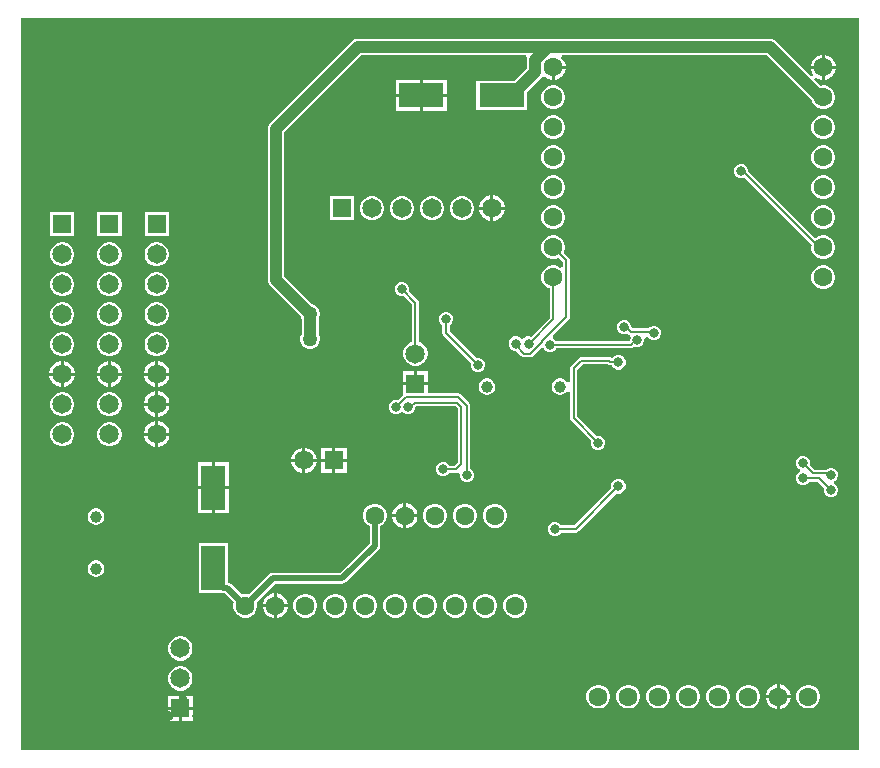
<source format=gbr>
%TF.GenerationSoftware,Altium Limited,Altium Designer,25.3.3 (18)*%
G04 Layer_Physical_Order=2*
G04 Layer_Color=16711680*
%FSLAX45Y45*%
%MOMM*%
%TF.SameCoordinates,566CE66E-0970-42B3-A130-ADE81A1B3EF9*%
%TF.FilePolarity,Positive*%
%TF.FileFunction,Copper,L2,Bot,Signal*%
%TF.Part,Single*%
G01*
G75*
%TA.AperFunction,Conductor*%
%ADD32C,0.20000*%
%ADD33C,1.00000*%
%TA.AperFunction,ComponentPad*%
%ADD38R,1.65000X1.65000*%
%ADD39C,1.65000*%
%ADD40C,1.60000*%
%ADD41C,1.00000*%
%ADD42R,1.65000X1.65000*%
%ADD43C,6.00000*%
%TA.AperFunction,ViaPad*%
%ADD44C,0.80000*%
%ADD45C,1.27000*%
%TA.AperFunction,SMDPad,CuDef*%
%ADD46R,2.10000X3.85000*%
%ADD47R,3.85000X2.10000*%
%TA.AperFunction,Conductor*%
%ADD48C,0.50000*%
G36*
X7149022Y50978D02*
X50978D01*
Y6249022D01*
X7149022D01*
Y50978D01*
D02*
G37*
%LPC*%
G36*
X6856876Y5934700D02*
X6855700D01*
Y5842000D01*
X6948400D01*
Y5843176D01*
X6941217Y5869983D01*
X6927341Y5894017D01*
X6907717Y5913641D01*
X6883683Y5927517D01*
X6856876Y5934700D01*
D02*
G37*
G36*
X6830300D02*
X6829124D01*
X6802317Y5927517D01*
X6778283Y5913641D01*
X6758659Y5894017D01*
X6744783Y5869983D01*
X6737600Y5843176D01*
Y5842000D01*
X6830300D01*
Y5934700D01*
D02*
G37*
G36*
X6948400Y5816600D02*
X6855700D01*
Y5723900D01*
X6856876D01*
X6883683Y5731083D01*
X6907717Y5744959D01*
X6927341Y5764583D01*
X6941217Y5788617D01*
X6948400Y5815424D01*
Y5816600D01*
D02*
G37*
G36*
X6395200Y6070604D02*
X2901200D01*
X2882926Y6068198D01*
X2865898Y6061145D01*
X2851275Y6049924D01*
X2159876Y5358524D01*
X2148655Y5343902D01*
X2141602Y5326873D01*
X2139196Y5308600D01*
Y4030200D01*
X2141602Y4011926D01*
X2148655Y3994898D01*
X2159876Y3980276D01*
X2418460Y3721691D01*
X2422190Y3707770D01*
X2429396Y3695289D01*
Y3574711D01*
X2422190Y3562230D01*
X2416500Y3540993D01*
Y3519007D01*
X2422190Y3497770D01*
X2433183Y3478730D01*
X2448730Y3463183D01*
X2467770Y3452190D01*
X2489007Y3446500D01*
X2510993D01*
X2532230Y3452190D01*
X2551270Y3463183D01*
X2566817Y3478730D01*
X2577810Y3497770D01*
X2583500Y3519007D01*
Y3540993D01*
X2577810Y3562230D01*
X2570604Y3574711D01*
Y3695289D01*
X2577810Y3707770D01*
X2583500Y3729007D01*
Y3750993D01*
X2577810Y3772230D01*
X2566817Y3791270D01*
X2551270Y3806817D01*
X2532230Y3817809D01*
X2518309Y3821539D01*
X2280404Y4059445D01*
Y5279355D01*
X2930445Y5929396D01*
X4325310D01*
X4338795Y5909715D01*
X4338761Y5909396D01*
X4336396Y5891432D01*
Y5818745D01*
X4232651Y5715000D01*
X3907500D01*
Y5465000D01*
X4332500D01*
Y5615151D01*
X4456925Y5739576D01*
X4462333Y5746624D01*
X4483784Y5750404D01*
X4487816Y5749426D01*
X4492283Y5744959D01*
X4516317Y5731083D01*
X4543124Y5723900D01*
X4544300D01*
Y5829300D01*
X4557000D01*
Y5842000D01*
X4662400D01*
Y5843176D01*
X4655217Y5869983D01*
X4641341Y5894017D01*
X4625962Y5909396D01*
X4631269Y5927076D01*
X4632918Y5929396D01*
X6365955D01*
X6746581Y5548770D01*
X6749815Y5536702D01*
X6762980Y5513899D01*
X6781599Y5495280D01*
X6804402Y5482115D01*
X6829835Y5475300D01*
X6856165D01*
X6881598Y5482115D01*
X6904401Y5495280D01*
X6923020Y5513899D01*
X6936185Y5536702D01*
X6943000Y5562135D01*
Y5588465D01*
X6936185Y5613898D01*
X6923020Y5636701D01*
X6904401Y5655320D01*
X6881598Y5668485D01*
X6856165Y5675300D01*
X6829835D01*
X6821880Y5673168D01*
X6764297Y5730752D01*
X6778283Y5744959D01*
X6802317Y5731083D01*
X6829124Y5723900D01*
X6830300D01*
Y5816600D01*
X6737600D01*
Y5815424D01*
X6744783Y5788617D01*
X6758659Y5764583D01*
X6744452Y5750597D01*
X6445125Y6049924D01*
X6430502Y6061145D01*
X6413474Y6068198D01*
X6395200Y6070604D01*
D02*
G37*
G36*
X4662400Y5816600D02*
X4569700D01*
Y5723900D01*
X4570876D01*
X4597683Y5731083D01*
X4621717Y5744959D01*
X4641341Y5764583D01*
X4655217Y5788617D01*
X4662400Y5815424D01*
Y5816600D01*
D02*
G37*
G36*
X3657900Y5720400D02*
X3452700D01*
Y5602699D01*
X3657900D01*
Y5720400D01*
D02*
G37*
G36*
X3427300D02*
X3222100D01*
Y5602699D01*
X3427300D01*
Y5720400D01*
D02*
G37*
G36*
X4570165Y5675300D02*
X4543835D01*
X4518402Y5668485D01*
X4495599Y5655320D01*
X4476980Y5636701D01*
X4463815Y5613898D01*
X4457000Y5588465D01*
Y5562135D01*
X4463815Y5536702D01*
X4476980Y5513899D01*
X4495599Y5495280D01*
X4518402Y5482115D01*
X4543835Y5475300D01*
X4570165D01*
X4595598Y5482115D01*
X4618401Y5495280D01*
X4637020Y5513899D01*
X4650185Y5536702D01*
X4657000Y5562135D01*
Y5588465D01*
X4650185Y5613898D01*
X4637020Y5636701D01*
X4618401Y5655320D01*
X4595598Y5668485D01*
X4570165Y5675300D01*
D02*
G37*
G36*
X3657900Y5577299D02*
X3452700D01*
Y5459600D01*
X3657900D01*
Y5577299D01*
D02*
G37*
G36*
X3427300D02*
X3222100D01*
Y5459600D01*
X3427300D01*
Y5577299D01*
D02*
G37*
G36*
X6856165Y5421300D02*
X6829835D01*
X6804402Y5414485D01*
X6781599Y5401320D01*
X6762980Y5382701D01*
X6749815Y5359898D01*
X6743000Y5334465D01*
Y5308135D01*
X6749815Y5282702D01*
X6762980Y5259899D01*
X6781599Y5241280D01*
X6804402Y5228115D01*
X6829835Y5221300D01*
X6856165D01*
X6881598Y5228115D01*
X6904401Y5241280D01*
X6923020Y5259899D01*
X6936185Y5282702D01*
X6943000Y5308135D01*
Y5334465D01*
X6936185Y5359898D01*
X6923020Y5382701D01*
X6904401Y5401320D01*
X6881598Y5414485D01*
X6856165Y5421300D01*
D02*
G37*
G36*
X4570165D02*
X4543835D01*
X4518402Y5414485D01*
X4495599Y5401320D01*
X4476980Y5382701D01*
X4463815Y5359898D01*
X4457000Y5334465D01*
Y5308135D01*
X4463815Y5282702D01*
X4476980Y5259899D01*
X4495599Y5241280D01*
X4518402Y5228115D01*
X4543835Y5221300D01*
X4570165D01*
X4595598Y5228115D01*
X4618401Y5241280D01*
X4637020Y5259899D01*
X4650185Y5282702D01*
X4657000Y5308135D01*
Y5334465D01*
X4650185Y5359898D01*
X4637020Y5382701D01*
X4618401Y5401320D01*
X4595598Y5414485D01*
X4570165Y5421300D01*
D02*
G37*
G36*
X6856165Y5167300D02*
X6829835D01*
X6804402Y5160485D01*
X6781599Y5147320D01*
X6762980Y5128701D01*
X6749815Y5105898D01*
X6743000Y5080465D01*
Y5054135D01*
X6749815Y5028702D01*
X6762980Y5005899D01*
X6781599Y4987280D01*
X6804402Y4974115D01*
X6829835Y4967300D01*
X6856165D01*
X6881598Y4974115D01*
X6904401Y4987280D01*
X6923020Y5005899D01*
X6936185Y5028702D01*
X6943000Y5054135D01*
Y5080465D01*
X6936185Y5105898D01*
X6923020Y5128701D01*
X6904401Y5147320D01*
X6881598Y5160485D01*
X6856165Y5167300D01*
D02*
G37*
G36*
X4570165D02*
X4543835D01*
X4518402Y5160485D01*
X4495599Y5147320D01*
X4476980Y5128701D01*
X4463815Y5105898D01*
X4457000Y5080465D01*
Y5054135D01*
X4463815Y5028702D01*
X4476980Y5005899D01*
X4495599Y4987280D01*
X4518402Y4974115D01*
X4543835Y4967300D01*
X4570165D01*
X4595598Y4974115D01*
X4618401Y4987280D01*
X4637020Y5005899D01*
X4650185Y5028702D01*
X4657000Y5054135D01*
Y5080465D01*
X4650185Y5105898D01*
X4637020Y5128701D01*
X4618401Y5147320D01*
X4595598Y5160485D01*
X4570165Y5167300D01*
D02*
G37*
G36*
X6856165Y4913300D02*
X6829835D01*
X6804402Y4906485D01*
X6781599Y4893320D01*
X6762980Y4874701D01*
X6749815Y4851898D01*
X6743000Y4826465D01*
Y4800135D01*
X6749815Y4774702D01*
X6762980Y4751899D01*
X6781599Y4733280D01*
X6804402Y4720115D01*
X6829835Y4713300D01*
X6856165D01*
X6881598Y4720115D01*
X6904401Y4733280D01*
X6923020Y4751899D01*
X6936185Y4774702D01*
X6943000Y4800135D01*
Y4826465D01*
X6936185Y4851898D01*
X6923020Y4874701D01*
X6904401Y4893320D01*
X6881598Y4906485D01*
X6856165Y4913300D01*
D02*
G37*
G36*
X4570165D02*
X4543835D01*
X4518402Y4906485D01*
X4495599Y4893320D01*
X4476980Y4874701D01*
X4463815Y4851898D01*
X4457000Y4826465D01*
Y4800135D01*
X4463815Y4774702D01*
X4476980Y4751899D01*
X4495599Y4733280D01*
X4518402Y4720115D01*
X4543835Y4713300D01*
X4570165D01*
X4595598Y4720115D01*
X4618401Y4733280D01*
X4637020Y4751899D01*
X4650185Y4774702D01*
X4657000Y4800135D01*
Y4826465D01*
X4650185Y4851898D01*
X4637020Y4874701D01*
X4618401Y4893320D01*
X4595598Y4906485D01*
X4570165Y4913300D01*
D02*
G37*
G36*
X4052805Y4743400D02*
X4051300D01*
Y4648200D01*
X4146500D01*
Y4649705D01*
X4139147Y4677148D01*
X4124941Y4701752D01*
X4104852Y4721841D01*
X4080248Y4736047D01*
X4052805Y4743400D01*
D02*
G37*
G36*
X4025900D02*
X4024395D01*
X3996952Y4736047D01*
X3972348Y4721841D01*
X3952259Y4701752D01*
X3938053Y4677148D01*
X3930700Y4649705D01*
Y4648200D01*
X4025900D01*
Y4743400D01*
D02*
G37*
G36*
X3798094Y4738000D02*
X3771106D01*
X3745036Y4731015D01*
X3721664Y4717520D01*
X3702580Y4698436D01*
X3689085Y4675064D01*
X3682100Y4648994D01*
Y4622006D01*
X3689085Y4595936D01*
X3702580Y4572564D01*
X3721664Y4553480D01*
X3745036Y4539985D01*
X3771106Y4533000D01*
X3798094D01*
X3824164Y4539985D01*
X3847536Y4553480D01*
X3866620Y4572564D01*
X3880115Y4595936D01*
X3887100Y4622006D01*
Y4648994D01*
X3880115Y4675064D01*
X3866620Y4698436D01*
X3847536Y4717520D01*
X3824164Y4731015D01*
X3798094Y4738000D01*
D02*
G37*
G36*
X3544094D02*
X3517106D01*
X3491036Y4731015D01*
X3467664Y4717520D01*
X3448580Y4698436D01*
X3435085Y4675064D01*
X3428100Y4648994D01*
Y4622006D01*
X3435085Y4595936D01*
X3448580Y4572564D01*
X3467664Y4553480D01*
X3491036Y4539985D01*
X3517106Y4533000D01*
X3544094D01*
X3570164Y4539985D01*
X3593536Y4553480D01*
X3612620Y4572564D01*
X3626115Y4595936D01*
X3633100Y4622006D01*
Y4648994D01*
X3626115Y4675064D01*
X3612620Y4698436D01*
X3593536Y4717520D01*
X3570164Y4731015D01*
X3544094Y4738000D01*
D02*
G37*
G36*
X3290094D02*
X3263106D01*
X3237036Y4731015D01*
X3213664Y4717520D01*
X3194580Y4698436D01*
X3181085Y4675064D01*
X3174100Y4648994D01*
Y4622006D01*
X3181085Y4595936D01*
X3194580Y4572564D01*
X3213664Y4553480D01*
X3237036Y4539985D01*
X3263106Y4533000D01*
X3290094D01*
X3316164Y4539985D01*
X3339536Y4553480D01*
X3358620Y4572564D01*
X3372115Y4595936D01*
X3379100Y4622006D01*
Y4648994D01*
X3372115Y4675064D01*
X3358620Y4698436D01*
X3339536Y4717520D01*
X3316164Y4731015D01*
X3290094Y4738000D01*
D02*
G37*
G36*
X3036094D02*
X3009106D01*
X2983036Y4731015D01*
X2959664Y4717520D01*
X2940580Y4698436D01*
X2927085Y4675064D01*
X2920100Y4648994D01*
Y4622006D01*
X2927085Y4595936D01*
X2940580Y4572564D01*
X2959664Y4553480D01*
X2983036Y4539985D01*
X3009106Y4533000D01*
X3036094D01*
X3062164Y4539985D01*
X3085536Y4553480D01*
X3104620Y4572564D01*
X3118115Y4595936D01*
X3125100Y4622006D01*
Y4648994D01*
X3118115Y4675064D01*
X3104620Y4698436D01*
X3085536Y4717520D01*
X3062164Y4731015D01*
X3036094Y4738000D01*
D02*
G37*
G36*
X2871100D02*
X2666100D01*
Y4533000D01*
X2871100D01*
Y4738000D01*
D02*
G37*
G36*
X4146500Y4622800D02*
X4051300D01*
Y4527600D01*
X4052805D01*
X4080248Y4534953D01*
X4104852Y4549159D01*
X4124941Y4569248D01*
X4139147Y4593852D01*
X4146500Y4621295D01*
Y4622800D01*
D02*
G37*
G36*
X4025900D02*
X3930700D01*
Y4621295D01*
X3938053Y4593852D01*
X3952259Y4569248D01*
X3972348Y4549159D01*
X3996952Y4534953D01*
X4024395Y4527600D01*
X4025900D01*
Y4622800D01*
D02*
G37*
G36*
X6856165Y4659300D02*
X6829835D01*
X6804402Y4652485D01*
X6781599Y4639320D01*
X6762980Y4620701D01*
X6749815Y4597898D01*
X6743000Y4572465D01*
Y4546135D01*
X6749815Y4520702D01*
X6762980Y4497899D01*
X6781599Y4479280D01*
X6804402Y4466115D01*
X6829835Y4459300D01*
X6856165D01*
X6881598Y4466115D01*
X6904401Y4479280D01*
X6923020Y4497899D01*
X6936185Y4520702D01*
X6943000Y4546135D01*
Y4572465D01*
X6936185Y4597898D01*
X6923020Y4620701D01*
X6904401Y4639320D01*
X6881598Y4652485D01*
X6856165Y4659300D01*
D02*
G37*
G36*
X4570165D02*
X4543835D01*
X4518402Y4652485D01*
X4495599Y4639320D01*
X4476980Y4620701D01*
X4463815Y4597898D01*
X4457000Y4572465D01*
Y4546135D01*
X4463815Y4520702D01*
X4476980Y4497899D01*
X4495599Y4479280D01*
X4518402Y4466115D01*
X4543835Y4459300D01*
X4570165D01*
X4595598Y4466115D01*
X4618401Y4479280D01*
X4637020Y4497899D01*
X4650185Y4520702D01*
X4657000Y4546135D01*
Y4572465D01*
X4650185Y4597898D01*
X4637020Y4620701D01*
X4618401Y4639320D01*
X4595598Y4652485D01*
X4570165Y4659300D01*
D02*
G37*
G36*
X1302500Y4602500D02*
X1097500D01*
Y4397500D01*
X1302500D01*
Y4602500D01*
D02*
G37*
G36*
X902500D02*
X697500D01*
Y4397500D01*
X902500D01*
Y4602500D01*
D02*
G37*
G36*
X502499D02*
X297500D01*
Y4397500D01*
X502499D01*
Y4602500D01*
D02*
G37*
G36*
X6161935Y5010000D02*
X6138065D01*
X6116013Y5000866D01*
X6099134Y4983987D01*
X6090000Y4961935D01*
Y4938065D01*
X6099134Y4916013D01*
X6116013Y4899134D01*
X6138065Y4890000D01*
X6161935D01*
X6176815Y4896163D01*
X6745433Y4327545D01*
X6743000Y4318465D01*
Y4292135D01*
X6749815Y4266702D01*
X6762980Y4243899D01*
X6781599Y4225280D01*
X6804402Y4212115D01*
X6829835Y4205300D01*
X6856165D01*
X6881598Y4212115D01*
X6904401Y4225280D01*
X6923020Y4243899D01*
X6936185Y4266702D01*
X6943000Y4292135D01*
Y4318465D01*
X6936185Y4343898D01*
X6923020Y4366701D01*
X6904401Y4385320D01*
X6881598Y4398485D01*
X6856165Y4405300D01*
X6829835D01*
X6804402Y4398485D01*
X6781599Y4385320D01*
X6777886Y4381607D01*
X6210000Y4949494D01*
Y4961935D01*
X6200865Y4983987D01*
X6183987Y5000866D01*
X6161935Y5010000D01*
D02*
G37*
G36*
X1213494Y4348500D02*
X1186506D01*
X1160436Y4341515D01*
X1137064Y4328020D01*
X1117979Y4308936D01*
X1104485Y4285563D01*
X1097500Y4259494D01*
Y4232506D01*
X1104485Y4206436D01*
X1117979Y4183064D01*
X1137064Y4163979D01*
X1160436Y4150485D01*
X1186506Y4143500D01*
X1213494D01*
X1239563Y4150485D01*
X1262936Y4163979D01*
X1282020Y4183064D01*
X1295515Y4206436D01*
X1302500Y4232506D01*
Y4259494D01*
X1295515Y4285563D01*
X1282020Y4308936D01*
X1262936Y4328020D01*
X1239563Y4341515D01*
X1213494Y4348500D01*
D02*
G37*
G36*
X813494D02*
X786506D01*
X760436Y4341515D01*
X737064Y4328020D01*
X717980Y4308936D01*
X704485Y4285563D01*
X697500Y4259494D01*
Y4232506D01*
X704485Y4206436D01*
X717980Y4183064D01*
X737064Y4163979D01*
X760436Y4150485D01*
X786506Y4143500D01*
X813494D01*
X839563Y4150485D01*
X862936Y4163979D01*
X882020Y4183064D01*
X895515Y4206436D01*
X902500Y4232506D01*
Y4259494D01*
X895515Y4285563D01*
X882020Y4308936D01*
X862936Y4328020D01*
X839563Y4341515D01*
X813494Y4348500D01*
D02*
G37*
G36*
X413494D02*
X386505D01*
X360436Y4341515D01*
X337063Y4328020D01*
X317979Y4308936D01*
X304485Y4285563D01*
X297500Y4259494D01*
Y4232506D01*
X304485Y4206436D01*
X317979Y4183064D01*
X337063Y4163979D01*
X360436Y4150485D01*
X386505Y4143500D01*
X413494D01*
X439563Y4150485D01*
X462936Y4163979D01*
X482020Y4183064D01*
X495514Y4206436D01*
X502499Y4232506D01*
Y4259494D01*
X495514Y4285563D01*
X482020Y4308936D01*
X462936Y4328020D01*
X439563Y4341515D01*
X413494Y4348500D01*
D02*
G37*
G36*
X4570165Y4405300D02*
X4543835D01*
X4518402Y4398485D01*
X4495599Y4385320D01*
X4476980Y4366701D01*
X4463815Y4343898D01*
X4457000Y4318465D01*
Y4292135D01*
X4463815Y4266702D01*
X4476980Y4243899D01*
X4495599Y4225280D01*
X4518402Y4212115D01*
X4543835Y4205300D01*
X4570165D01*
X4595598Y4212115D01*
X4602780Y4216262D01*
X4636412Y4182630D01*
Y4138780D01*
X4631865Y4136896D01*
X4616412Y4132468D01*
X4595598Y4144485D01*
X4570165Y4151300D01*
X4543835D01*
X4518402Y4144485D01*
X4495599Y4131320D01*
X4476980Y4112701D01*
X4463815Y4089898D01*
X4457000Y4064465D01*
Y4038135D01*
X4463815Y4012702D01*
X4476980Y3989899D01*
X4495599Y3971280D01*
X4518402Y3958115D01*
X4526412Y3955968D01*
Y3709670D01*
X4365334Y3548592D01*
X4361935Y3550000D01*
X4338065D01*
X4316013Y3540865D01*
X4308066Y3532918D01*
X4295000Y3526134D01*
X4281934Y3532918D01*
X4273987Y3540865D01*
X4251935Y3550000D01*
X4228065D01*
X4206013Y3540865D01*
X4189134Y3523987D01*
X4180000Y3501935D01*
Y3478065D01*
X4189134Y3456013D01*
X4206013Y3439134D01*
X4228065Y3430000D01*
X4240506D01*
X4287905Y3382602D01*
X4287905Y3382601D01*
X4297828Y3375970D01*
X4309534Y3373642D01*
X4363223D01*
X4363225Y3373642D01*
X4374930Y3375970D01*
X4384854Y3382601D01*
X4457365Y3455113D01*
X4476981Y3451211D01*
X4479135Y3446013D01*
X4496013Y3429134D01*
X4518065Y3420000D01*
X4541935D01*
X4563987Y3429134D01*
X4580866Y3446013D01*
X4582274Y3449412D01*
X5214214D01*
X5214215Y3449412D01*
X5225921Y3451741D01*
X5235844Y3458371D01*
X5243185Y3465712D01*
X5258065Y3459548D01*
X5281935D01*
X5303987Y3468683D01*
X5320865Y3485561D01*
X5330000Y3507614D01*
Y3531483D01*
X5329961Y3531577D01*
X5341823Y3548707D01*
X5358410Y3547762D01*
X5359135Y3546013D01*
X5376013Y3529134D01*
X5398065Y3520000D01*
X5421935D01*
X5443987Y3529134D01*
X5460866Y3546013D01*
X5470000Y3568065D01*
Y3591935D01*
X5460866Y3613987D01*
X5443987Y3630865D01*
X5421935Y3640000D01*
X5398065D01*
X5376013Y3630865D01*
X5362785Y3617638D01*
X5310954D01*
X5310700Y3617808D01*
X5298995Y3620136D01*
X5298993Y3620136D01*
X5241005D01*
X5236191Y3619178D01*
X5219702Y3633520D01*
Y3640632D01*
X5210568Y3662685D01*
X5193690Y3679563D01*
X5171637Y3688697D01*
X5147768D01*
X5125715Y3679563D01*
X5108837Y3662685D01*
X5099703Y3640632D01*
Y3616763D01*
X5108837Y3594710D01*
X5125715Y3577832D01*
X5147768Y3568697D01*
X5171637D01*
X5186138Y3574704D01*
X5195421Y3565421D01*
X5205344Y3558791D01*
X5212292Y3537017D01*
X5210000Y3531483D01*
Y3519042D01*
X5201545Y3510588D01*
X4582274D01*
X4580866Y3513987D01*
X4563987Y3530865D01*
X4556510Y3533963D01*
X4551817Y3557554D01*
X4688629Y3694366D01*
X4695259Y3704290D01*
X4697588Y3715995D01*
X4697588Y3715996D01*
Y4195299D01*
X4697588Y4195300D01*
X4695259Y4207005D01*
X4688629Y4216929D01*
X4646038Y4259520D01*
X4650185Y4266702D01*
X4657000Y4292135D01*
Y4318465D01*
X4650185Y4343898D01*
X4637020Y4366701D01*
X4618401Y4385320D01*
X4595598Y4398485D01*
X4570165Y4405300D01*
D02*
G37*
G36*
X6856165Y4151300D02*
X6829835D01*
X6804402Y4144485D01*
X6781599Y4131320D01*
X6762980Y4112701D01*
X6749815Y4089898D01*
X6743000Y4064465D01*
Y4038135D01*
X6749815Y4012702D01*
X6762980Y3989899D01*
X6781599Y3971280D01*
X6804402Y3958115D01*
X6829835Y3951300D01*
X6856165D01*
X6881598Y3958115D01*
X6904401Y3971280D01*
X6923020Y3989899D01*
X6936185Y4012702D01*
X6943000Y4038135D01*
Y4064465D01*
X6936185Y4089898D01*
X6923020Y4112701D01*
X6904401Y4131320D01*
X6881598Y4144485D01*
X6856165Y4151300D01*
D02*
G37*
G36*
X1213494Y4094500D02*
X1186506D01*
X1160436Y4087515D01*
X1137064Y4074020D01*
X1117979Y4054936D01*
X1104485Y4031563D01*
X1097500Y4005494D01*
Y3978506D01*
X1104485Y3952436D01*
X1117979Y3929064D01*
X1137064Y3909979D01*
X1160436Y3896485D01*
X1186506Y3889500D01*
X1213494D01*
X1239563Y3896485D01*
X1262936Y3909979D01*
X1282020Y3929064D01*
X1295515Y3952436D01*
X1302500Y3978506D01*
Y4005494D01*
X1295515Y4031563D01*
X1282020Y4054936D01*
X1262936Y4074020D01*
X1239563Y4087515D01*
X1213494Y4094500D01*
D02*
G37*
G36*
X813494D02*
X786506D01*
X760436Y4087515D01*
X737064Y4074020D01*
X717980Y4054936D01*
X704485Y4031563D01*
X697500Y4005494D01*
Y3978506D01*
X704485Y3952436D01*
X717980Y3929064D01*
X737064Y3909979D01*
X760436Y3896485D01*
X786506Y3889500D01*
X813494D01*
X839563Y3896485D01*
X862936Y3909979D01*
X882020Y3929064D01*
X895515Y3952436D01*
X902500Y3978506D01*
Y4005494D01*
X895515Y4031563D01*
X882020Y4054936D01*
X862936Y4074020D01*
X839563Y4087515D01*
X813494Y4094500D01*
D02*
G37*
G36*
X413494D02*
X386505D01*
X360436Y4087515D01*
X337063Y4074020D01*
X317979Y4054936D01*
X304485Y4031563D01*
X297500Y4005494D01*
Y3978506D01*
X304485Y3952436D01*
X317979Y3929064D01*
X337063Y3909979D01*
X360436Y3896485D01*
X386505Y3889500D01*
X413494D01*
X439563Y3896485D01*
X462936Y3909979D01*
X482020Y3929064D01*
X495514Y3952436D01*
X502499Y3978506D01*
Y4005494D01*
X495514Y4031563D01*
X482020Y4054936D01*
X462936Y4074020D01*
X439563Y4087515D01*
X413494Y4094500D01*
D02*
G37*
G36*
X1213494Y3840500D02*
X1186506D01*
X1160436Y3833515D01*
X1137064Y3820020D01*
X1117979Y3800936D01*
X1104485Y3777563D01*
X1097500Y3751494D01*
Y3724506D01*
X1104485Y3698436D01*
X1117979Y3675064D01*
X1137064Y3655979D01*
X1160436Y3642485D01*
X1186506Y3635500D01*
X1213494D01*
X1239563Y3642485D01*
X1262936Y3655979D01*
X1282020Y3675064D01*
X1295515Y3698436D01*
X1302500Y3724506D01*
Y3751494D01*
X1295515Y3777563D01*
X1282020Y3800936D01*
X1262936Y3820020D01*
X1239563Y3833515D01*
X1213494Y3840500D01*
D02*
G37*
G36*
X813494D02*
X786506D01*
X760436Y3833515D01*
X737064Y3820020D01*
X717980Y3800936D01*
X704485Y3777563D01*
X697500Y3751494D01*
Y3724506D01*
X704485Y3698436D01*
X717980Y3675064D01*
X737064Y3655979D01*
X760436Y3642485D01*
X786506Y3635500D01*
X813494D01*
X839563Y3642485D01*
X862936Y3655979D01*
X882020Y3675064D01*
X895515Y3698436D01*
X902500Y3724506D01*
Y3751494D01*
X895515Y3777563D01*
X882020Y3800936D01*
X862936Y3820020D01*
X839563Y3833515D01*
X813494Y3840500D01*
D02*
G37*
G36*
X413494D02*
X386505D01*
X360436Y3833515D01*
X337063Y3820020D01*
X317979Y3800936D01*
X304485Y3777563D01*
X297500Y3751494D01*
Y3724506D01*
X304485Y3698436D01*
X317979Y3675064D01*
X337063Y3655979D01*
X360436Y3642485D01*
X386505Y3635500D01*
X413494D01*
X439563Y3642485D01*
X462936Y3655979D01*
X482020Y3675064D01*
X495514Y3698436D01*
X502499Y3724506D01*
Y3751494D01*
X495514Y3777563D01*
X482020Y3800936D01*
X462936Y3820020D01*
X439563Y3833515D01*
X413494Y3840500D01*
D02*
G37*
G36*
X1213494Y3586500D02*
X1186506D01*
X1160436Y3579515D01*
X1137064Y3566020D01*
X1117979Y3546936D01*
X1104485Y3523563D01*
X1097500Y3497494D01*
Y3470506D01*
X1104485Y3444436D01*
X1117979Y3421064D01*
X1137064Y3401979D01*
X1160436Y3388485D01*
X1186506Y3381500D01*
X1213494D01*
X1239563Y3388485D01*
X1262936Y3401979D01*
X1282020Y3421064D01*
X1295515Y3444436D01*
X1302500Y3470506D01*
Y3497494D01*
X1295515Y3523563D01*
X1282020Y3546936D01*
X1262936Y3566020D01*
X1239563Y3579515D01*
X1213494Y3586500D01*
D02*
G37*
G36*
X813494D02*
X786506D01*
X760436Y3579515D01*
X737064Y3566020D01*
X717980Y3546936D01*
X704485Y3523563D01*
X697500Y3497494D01*
Y3470506D01*
X704485Y3444436D01*
X717980Y3421064D01*
X737064Y3401979D01*
X760436Y3388485D01*
X786506Y3381500D01*
X813494D01*
X839563Y3388485D01*
X862936Y3401979D01*
X882020Y3421064D01*
X895515Y3444436D01*
X902500Y3470506D01*
Y3497494D01*
X895515Y3523563D01*
X882020Y3546936D01*
X862936Y3566020D01*
X839563Y3579515D01*
X813494Y3586500D01*
D02*
G37*
G36*
X413494D02*
X386505D01*
X360436Y3579515D01*
X337063Y3566020D01*
X317979Y3546936D01*
X304485Y3523563D01*
X297500Y3497494D01*
Y3470506D01*
X304485Y3444436D01*
X317979Y3421064D01*
X337063Y3401979D01*
X360436Y3388485D01*
X386505Y3381500D01*
X413494D01*
X439563Y3388485D01*
X462936Y3401979D01*
X482020Y3421064D01*
X495514Y3444436D01*
X502499Y3470506D01*
Y3497494D01*
X495514Y3523563D01*
X482020Y3546936D01*
X462936Y3566020D01*
X439563Y3579515D01*
X413494Y3586500D01*
D02*
G37*
G36*
X5121935Y3389548D02*
X5098065D01*
X5076013Y3380414D01*
X5069489Y3373890D01*
X5051628Y3367253D01*
X5041705Y3373883D01*
X5029999Y3376212D01*
X5029998Y3376211D01*
X4795625D01*
X4795624Y3376212D01*
X4783918Y3373883D01*
X4773995Y3367253D01*
X4773994Y3367252D01*
X4708371Y3301629D01*
X4701741Y3291705D01*
X4699412Y3280000D01*
X4699412Y3279999D01*
Y3164274D01*
X4696800Y3162639D01*
X4671313Y3167181D01*
X4658280Y3180214D01*
X4642319Y3189429D01*
X4624515Y3194200D01*
X4606084D01*
X4588281Y3189429D01*
X4572319Y3180214D01*
X4559286Y3167181D01*
X4550070Y3151219D01*
X4545300Y3133415D01*
Y3114984D01*
X4550070Y3097181D01*
X4559286Y3081219D01*
X4572319Y3068186D01*
X4588281Y3058970D01*
X4606084Y3054200D01*
X4624515D01*
X4642319Y3058970D01*
X4658280Y3068186D01*
X4671313Y3081219D01*
X4696800Y3085760D01*
X4699412Y3084125D01*
Y2860001D01*
X4699412Y2860000D01*
X4701741Y2848295D01*
X4708371Y2838371D01*
X4881408Y2665334D01*
X4880000Y2661935D01*
Y2638065D01*
X4889134Y2616013D01*
X4906013Y2599135D01*
X4928065Y2590000D01*
X4951935D01*
X4973987Y2599135D01*
X4990866Y2616013D01*
X5000000Y2638065D01*
Y2661935D01*
X4990866Y2683987D01*
X4973987Y2700866D01*
X4951935Y2710000D01*
X4928065D01*
X4924666Y2708592D01*
X4760588Y2872670D01*
Y3267330D01*
X4808293Y3315036D01*
X5017330D01*
X5018370Y3313995D01*
X5018371Y3313994D01*
X5028294Y3307364D01*
X5040000Y3305036D01*
X5055210D01*
X5059134Y3295561D01*
X5076013Y3278683D01*
X5098065Y3269548D01*
X5121935D01*
X5143987Y3278683D01*
X5160865Y3295561D01*
X5170000Y3317613D01*
Y3341483D01*
X5160865Y3363535D01*
X5143987Y3380414D01*
X5121935Y3389548D01*
D02*
G37*
G36*
X3286935Y4010000D02*
X3263065D01*
X3241013Y4000866D01*
X3224135Y3983987D01*
X3215000Y3961935D01*
Y3938065D01*
X3224135Y3916013D01*
X3241013Y3899134D01*
X3263065Y3890000D01*
X3286935D01*
X3290334Y3891408D01*
X3360312Y3821430D01*
Y3501520D01*
X3351336Y3499115D01*
X3327964Y3485620D01*
X3308880Y3466536D01*
X3295385Y3443164D01*
X3288400Y3417094D01*
Y3390106D01*
X3295385Y3364036D01*
X3308880Y3340664D01*
X3327964Y3321580D01*
X3351336Y3308085D01*
X3377406Y3301100D01*
X3404394D01*
X3430464Y3308085D01*
X3453836Y3321580D01*
X3472920Y3340664D01*
X3486415Y3364036D01*
X3493400Y3390106D01*
Y3417094D01*
X3486415Y3443164D01*
X3472920Y3466536D01*
X3453836Y3485620D01*
X3430464Y3499115D01*
X3421488Y3501520D01*
Y3834100D01*
X3419159Y3845805D01*
X3412529Y3855729D01*
X3412528Y3855729D01*
X3333592Y3934666D01*
X3335000Y3938065D01*
Y3961935D01*
X3325866Y3983987D01*
X3308987Y4000866D01*
X3286935Y4010000D01*
D02*
G37*
G36*
X3661935Y3760000D02*
X3638065D01*
X3616013Y3750865D01*
X3599135Y3733987D01*
X3590000Y3711935D01*
Y3688065D01*
X3599135Y3666013D01*
X3616013Y3649134D01*
X3619412Y3647726D01*
Y3580001D01*
X3619412Y3580000D01*
X3621741Y3568295D01*
X3628371Y3558371D01*
X3861408Y3325334D01*
X3860000Y3321935D01*
Y3298065D01*
X3869135Y3276013D01*
X3886013Y3259134D01*
X3908065Y3250000D01*
X3931935D01*
X3953987Y3259134D01*
X3970866Y3276013D01*
X3980000Y3298065D01*
Y3321935D01*
X3970866Y3343987D01*
X3953987Y3360866D01*
X3931935Y3370000D01*
X3908065D01*
X3904666Y3368592D01*
X3680588Y3592670D01*
Y3647726D01*
X3683987Y3649134D01*
X3700866Y3666013D01*
X3710000Y3688065D01*
Y3711935D01*
X3700866Y3733987D01*
X3683987Y3750865D01*
X3661935Y3760000D01*
D02*
G37*
G36*
X1214205Y3337900D02*
X1212700D01*
Y3242700D01*
X1307900D01*
Y3244205D01*
X1300547Y3271648D01*
X1286341Y3296252D01*
X1266252Y3316341D01*
X1241648Y3330547D01*
X1214205Y3337900D01*
D02*
G37*
G36*
X814205D02*
X812700D01*
Y3242700D01*
X907900D01*
Y3244205D01*
X900547Y3271648D01*
X886341Y3296252D01*
X866252Y3316341D01*
X841648Y3330547D01*
X814205Y3337900D01*
D02*
G37*
G36*
X414205D02*
X412699D01*
Y3242700D01*
X507899D01*
Y3244205D01*
X500546Y3271648D01*
X486341Y3296252D01*
X466252Y3316341D01*
X441647Y3330547D01*
X414205Y3337900D01*
D02*
G37*
G36*
X1187300D02*
X1185795D01*
X1158352Y3330547D01*
X1133748Y3316341D01*
X1113658Y3296252D01*
X1099453Y3271648D01*
X1092100Y3244205D01*
Y3242700D01*
X1187300D01*
Y3337900D01*
D02*
G37*
G36*
X787300D02*
X785795D01*
X758352Y3330547D01*
X733748Y3316341D01*
X713658Y3296252D01*
X699453Y3271648D01*
X692100Y3244205D01*
Y3242700D01*
X787300D01*
Y3337900D01*
D02*
G37*
G36*
X387299D02*
X385794D01*
X358352Y3330547D01*
X333747Y3316341D01*
X313658Y3296252D01*
X299453Y3271648D01*
X292099Y3244205D01*
Y3242700D01*
X387299D01*
Y3337900D01*
D02*
G37*
G36*
X3498800Y3257500D02*
X3403600D01*
Y3162300D01*
X3498800D01*
Y3257500D01*
D02*
G37*
G36*
X3378200D02*
X3283000D01*
Y3162300D01*
X3378200D01*
Y3257500D01*
D02*
G37*
G36*
X1307900Y3217300D02*
X1212700D01*
Y3122100D01*
X1214205D01*
X1241648Y3129453D01*
X1266252Y3143658D01*
X1286341Y3163748D01*
X1300547Y3188352D01*
X1307900Y3215795D01*
Y3217300D01*
D02*
G37*
G36*
X1187300D02*
X1092100D01*
Y3215795D01*
X1099453Y3188352D01*
X1113658Y3163748D01*
X1133748Y3143658D01*
X1158352Y3129453D01*
X1185795Y3122100D01*
X1187300D01*
Y3217300D01*
D02*
G37*
G36*
X907900D02*
X812700D01*
Y3122100D01*
X814205D01*
X841648Y3129453D01*
X866252Y3143658D01*
X886341Y3163748D01*
X900547Y3188352D01*
X907900Y3215795D01*
Y3217300D01*
D02*
G37*
G36*
X787300D02*
X692100D01*
Y3215795D01*
X699453Y3188352D01*
X713658Y3163748D01*
X733748Y3143658D01*
X758352Y3129453D01*
X785795Y3122100D01*
X787300D01*
Y3217300D01*
D02*
G37*
G36*
X507899D02*
X412699D01*
Y3122100D01*
X414205D01*
X441647Y3129453D01*
X466252Y3143658D01*
X486341Y3163748D01*
X500546Y3188352D01*
X507899Y3215795D01*
Y3217300D01*
D02*
G37*
G36*
X387299D02*
X292099D01*
Y3215795D01*
X299453Y3188352D01*
X313658Y3163748D01*
X333747Y3143658D01*
X358352Y3129453D01*
X385794Y3122100D01*
X387299D01*
Y3217300D01*
D02*
G37*
G36*
X4004515Y3194200D02*
X3986084D01*
X3968281Y3189429D01*
X3952319Y3180214D01*
X3939286Y3167181D01*
X3930070Y3151219D01*
X3925300Y3133415D01*
Y3114984D01*
X3930070Y3097181D01*
X3939286Y3081219D01*
X3952319Y3068186D01*
X3968281Y3058970D01*
X3986084Y3054200D01*
X4004515D01*
X4022319Y3058970D01*
X4038281Y3068186D01*
X4051314Y3081219D01*
X4060529Y3097181D01*
X4065300Y3114984D01*
Y3133415D01*
X4060529Y3151219D01*
X4051314Y3167181D01*
X4038281Y3180214D01*
X4022319Y3189429D01*
X4004515Y3194200D01*
D02*
G37*
G36*
X3498800Y3136900D02*
X3390900D01*
X3283000D01*
Y3051258D01*
X3240334Y3008592D01*
X3236935Y3010000D01*
X3213065D01*
X3191013Y3000865D01*
X3174134Y2983987D01*
X3165000Y2961935D01*
Y2938065D01*
X3174134Y2916013D01*
X3191013Y2899134D01*
X3213065Y2890000D01*
X3236935D01*
X3258987Y2899134D01*
X3264434Y2904581D01*
X3277500Y2914741D01*
X3290566Y2904581D01*
X3296013Y2899134D01*
X3318065Y2890000D01*
X3341935D01*
X3363987Y2899134D01*
X3380865Y2916013D01*
X3390000Y2938065D01*
Y2950506D01*
X3398906Y2959412D01*
X3730762D01*
X3749412Y2940762D01*
Y2482670D01*
X3722330Y2455588D01*
X3677274D01*
X3675866Y2458987D01*
X3658987Y2475866D01*
X3636935Y2485000D01*
X3613065D01*
X3591013Y2475866D01*
X3574135Y2458987D01*
X3565000Y2436935D01*
Y2413065D01*
X3574135Y2391013D01*
X3591013Y2374134D01*
X3613065Y2365000D01*
X3636935D01*
X3658987Y2374134D01*
X3675866Y2391013D01*
X3677274Y2394412D01*
X3734999D01*
X3735000Y2394412D01*
X3746705Y2396741D01*
X3747685Y2397395D01*
X3758818Y2390669D01*
X3765000Y2384911D01*
Y2363065D01*
X3774134Y2341013D01*
X3791013Y2324135D01*
X3813065Y2315000D01*
X3836935D01*
X3858987Y2324135D01*
X3875866Y2341013D01*
X3885000Y2363065D01*
Y2386935D01*
X3875866Y2408987D01*
X3858987Y2425866D01*
X3855588Y2427274D01*
Y2965000D01*
X3853259Y2976706D01*
X3846629Y2986629D01*
X3846628Y2986630D01*
X3774529Y3058729D01*
X3764606Y3065359D01*
X3752900Y3067688D01*
X3752899Y3067688D01*
X3498800D01*
Y3136900D01*
D02*
G37*
G36*
X1214205Y3083900D02*
X1212700D01*
Y2988700D01*
X1307900D01*
Y2990205D01*
X1300547Y3017648D01*
X1286341Y3042252D01*
X1266252Y3062341D01*
X1241648Y3076547D01*
X1214205Y3083900D01*
D02*
G37*
G36*
X1187300D02*
X1185795D01*
X1158352Y3076547D01*
X1133748Y3062341D01*
X1113658Y3042252D01*
X1099453Y3017648D01*
X1092100Y2990205D01*
Y2988700D01*
X1187300D01*
Y3083900D01*
D02*
G37*
G36*
X813494Y3078500D02*
X786506D01*
X760436Y3071515D01*
X737064Y3058020D01*
X717980Y3038936D01*
X704485Y3015563D01*
X697500Y2989494D01*
Y2962506D01*
X704485Y2936436D01*
X717980Y2913064D01*
X737064Y2893979D01*
X760436Y2880485D01*
X786506Y2873500D01*
X813494D01*
X839563Y2880485D01*
X862936Y2893979D01*
X882020Y2913064D01*
X895515Y2936436D01*
X902500Y2962506D01*
Y2989494D01*
X895515Y3015563D01*
X882020Y3038936D01*
X862936Y3058020D01*
X839563Y3071515D01*
X813494Y3078500D01*
D02*
G37*
G36*
X413494D02*
X386505D01*
X360436Y3071515D01*
X337063Y3058020D01*
X317979Y3038936D01*
X304485Y3015563D01*
X297500Y2989494D01*
Y2962506D01*
X304485Y2936436D01*
X317979Y2913064D01*
X337063Y2893979D01*
X360436Y2880485D01*
X386505Y2873500D01*
X413494D01*
X439563Y2880485D01*
X462936Y2893979D01*
X482020Y2913064D01*
X495514Y2936436D01*
X502499Y2962506D01*
Y2989494D01*
X495514Y3015563D01*
X482020Y3038936D01*
X462936Y3058020D01*
X439563Y3071515D01*
X413494Y3078500D01*
D02*
G37*
G36*
X1307900Y2963300D02*
X1212700D01*
Y2868100D01*
X1214205D01*
X1241648Y2875453D01*
X1266252Y2889658D01*
X1286341Y2909748D01*
X1300547Y2934352D01*
X1307900Y2961795D01*
Y2963300D01*
D02*
G37*
G36*
X1187300D02*
X1092100D01*
Y2961795D01*
X1099453Y2934352D01*
X1113658Y2909748D01*
X1133748Y2889658D01*
X1158352Y2875453D01*
X1185795Y2868100D01*
X1187300D01*
Y2963300D01*
D02*
G37*
G36*
X1214205Y2829900D02*
X1212700D01*
Y2734700D01*
X1307900D01*
Y2736205D01*
X1300547Y2763648D01*
X1286341Y2788252D01*
X1266252Y2808341D01*
X1241648Y2822547D01*
X1214205Y2829900D01*
D02*
G37*
G36*
X1187300D02*
X1185795D01*
X1158352Y2822547D01*
X1133748Y2808341D01*
X1113658Y2788252D01*
X1099453Y2763648D01*
X1092100Y2736205D01*
Y2734700D01*
X1187300D01*
Y2829900D01*
D02*
G37*
G36*
X813494Y2824500D02*
X786506D01*
X760436Y2817515D01*
X737064Y2804020D01*
X717980Y2784936D01*
X704485Y2761563D01*
X697500Y2735494D01*
Y2708506D01*
X704485Y2682436D01*
X717980Y2659064D01*
X737064Y2639979D01*
X760436Y2626485D01*
X786506Y2619500D01*
X813494D01*
X839563Y2626485D01*
X862936Y2639979D01*
X882020Y2659064D01*
X895515Y2682436D01*
X902500Y2708506D01*
Y2735494D01*
X895515Y2761563D01*
X882020Y2784936D01*
X862936Y2804020D01*
X839563Y2817515D01*
X813494Y2824500D01*
D02*
G37*
G36*
X413494D02*
X386505D01*
X360436Y2817515D01*
X337063Y2804020D01*
X317979Y2784936D01*
X304485Y2761563D01*
X297500Y2735494D01*
Y2708506D01*
X304485Y2682436D01*
X317979Y2659064D01*
X337063Y2639979D01*
X360436Y2626485D01*
X386505Y2619500D01*
X413494D01*
X439563Y2626485D01*
X462936Y2639979D01*
X482020Y2659064D01*
X495514Y2682436D01*
X502499Y2708506D01*
Y2735494D01*
X495514Y2761563D01*
X482020Y2784936D01*
X462936Y2804020D01*
X439563Y2817515D01*
X413494Y2824500D01*
D02*
G37*
G36*
X1307900Y2709300D02*
X1212700D01*
Y2614100D01*
X1214205D01*
X1241648Y2621453D01*
X1266252Y2635658D01*
X1286341Y2655748D01*
X1300547Y2680352D01*
X1307900Y2707795D01*
Y2709300D01*
D02*
G37*
G36*
X1187300D02*
X1092100D01*
Y2707795D01*
X1099453Y2680352D01*
X1113658Y2655748D01*
X1133748Y2635658D01*
X1158352Y2621453D01*
X1185795Y2614100D01*
X1187300D01*
Y2709300D01*
D02*
G37*
G36*
X2807900Y2607900D02*
X2712699D01*
Y2512700D01*
X2807900D01*
Y2607900D01*
D02*
G37*
G36*
X2460205D02*
X2458699D01*
Y2512700D01*
X2553900D01*
Y2514205D01*
X2546547Y2541648D01*
X2532341Y2566252D01*
X2512252Y2586342D01*
X2487648Y2600547D01*
X2460205Y2607900D01*
D02*
G37*
G36*
X2687299D02*
X2592100D01*
Y2512700D01*
X2687299D01*
Y2607900D01*
D02*
G37*
G36*
X2433299D02*
X2431795D01*
X2404352Y2600547D01*
X2379748Y2586342D01*
X2359658Y2566252D01*
X2345453Y2541648D01*
X2338100Y2514205D01*
Y2512700D01*
X2433299D01*
Y2607900D01*
D02*
G37*
G36*
X2807900Y2487300D02*
X2712699D01*
Y2392100D01*
X2807900D01*
Y2487300D01*
D02*
G37*
G36*
X2687299D02*
X2592100D01*
Y2392100D01*
X2687299D01*
Y2487300D01*
D02*
G37*
G36*
X2553900D02*
X2458699D01*
Y2392100D01*
X2460205D01*
X2487648Y2399453D01*
X2512252Y2413659D01*
X2532341Y2433748D01*
X2546547Y2458352D01*
X2553900Y2485795D01*
Y2487300D01*
D02*
G37*
G36*
X2433299D02*
X2338100D01*
Y2485795D01*
X2345453Y2458352D01*
X2359658Y2433748D01*
X2379748Y2413659D01*
X2404352Y2399453D01*
X2431795Y2392100D01*
X2433299D01*
Y2487300D01*
D02*
G37*
G36*
X1810400Y2487900D02*
X1692700D01*
Y2282700D01*
X1810400D01*
Y2487900D01*
D02*
G37*
G36*
X1667300D02*
X1549600D01*
Y2282700D01*
X1667300D01*
Y2487900D01*
D02*
G37*
G36*
X5121935Y2340000D02*
X5098065D01*
X5076013Y2330866D01*
X5059134Y2313987D01*
X5050000Y2291935D01*
Y2268065D01*
X5051408Y2264666D01*
X4737330Y1950588D01*
X4622274D01*
X4620866Y1953987D01*
X4603987Y1970866D01*
X4581935Y1980000D01*
X4558065D01*
X4536013Y1970866D01*
X4519134Y1953987D01*
X4510000Y1931935D01*
Y1908065D01*
X4519134Y1886013D01*
X4536013Y1869134D01*
X4558065Y1860000D01*
X4581935D01*
X4603987Y1869134D01*
X4620866Y1886013D01*
X4622274Y1889412D01*
X4749999D01*
X4750000Y1889412D01*
X4761705Y1891741D01*
X4771629Y1898371D01*
X5094666Y2221408D01*
X5098065Y2220000D01*
X5121935D01*
X5143987Y2229134D01*
X5160865Y2246013D01*
X5170000Y2268065D01*
Y2291935D01*
X5160865Y2313987D01*
X5143987Y2330866D01*
X5121935Y2340000D01*
D02*
G37*
G36*
X6681935Y2540000D02*
X6658065D01*
X6636013Y2530866D01*
X6619135Y2513987D01*
X6610000Y2491935D01*
Y2468065D01*
X6619135Y2446013D01*
X6636013Y2429135D01*
X6644005Y2425824D01*
Y2404176D01*
X6636013Y2400866D01*
X6619135Y2383987D01*
X6610000Y2361935D01*
Y2338065D01*
X6619135Y2316013D01*
X6636013Y2299135D01*
X6658065Y2290000D01*
X6681935D01*
X6703987Y2299135D01*
X6720866Y2316013D01*
X6722274Y2319412D01*
X6797330D01*
X6851408Y2265334D01*
X6850000Y2261935D01*
Y2238065D01*
X6859135Y2216013D01*
X6876013Y2199135D01*
X6898065Y2190000D01*
X6921935D01*
X6943987Y2199135D01*
X6960866Y2216013D01*
X6970000Y2238065D01*
Y2261935D01*
X6960866Y2283987D01*
X6943987Y2300866D01*
X6935995Y2304176D01*
Y2325824D01*
X6943987Y2329135D01*
X6960866Y2346013D01*
X6970000Y2368065D01*
Y2391935D01*
X6960866Y2413987D01*
X6943987Y2430866D01*
X6921935Y2440000D01*
X6898065D01*
X6876013Y2430866D01*
X6865735Y2420588D01*
X6772670D01*
X6728592Y2464666D01*
X6730000Y2468065D01*
Y2491935D01*
X6720866Y2513987D01*
X6703987Y2530866D01*
X6681935Y2540000D01*
D02*
G37*
G36*
X1810400Y2257300D02*
X1692700D01*
Y2052100D01*
X1810400D01*
Y2257300D01*
D02*
G37*
G36*
X1667300D02*
X1549600D01*
Y2052100D01*
X1667300D01*
Y2257300D01*
D02*
G37*
G36*
X3315876Y2137400D02*
X3314700D01*
Y2044700D01*
X3407400D01*
Y2045876D01*
X3400217Y2072683D01*
X3386341Y2096717D01*
X3366717Y2116341D01*
X3342683Y2130217D01*
X3315876Y2137400D01*
D02*
G37*
G36*
X3289300D02*
X3288124D01*
X3261317Y2130217D01*
X3237283Y2116341D01*
X3217659Y2096717D01*
X3203783Y2072683D01*
X3196600Y2045876D01*
Y2044700D01*
X3289300D01*
Y2137400D01*
D02*
G37*
G36*
X695415Y2093110D02*
X676984D01*
X659181Y2088339D01*
X643219Y2079124D01*
X630186Y2066091D01*
X620970Y2050129D01*
X616200Y2032326D01*
Y2013894D01*
X620970Y1996091D01*
X630186Y1980129D01*
X643219Y1967096D01*
X659181Y1957881D01*
X676984Y1953110D01*
X695415D01*
X713219Y1957881D01*
X729181Y1967096D01*
X742214Y1980129D01*
X751429Y1996091D01*
X756200Y2013894D01*
Y2032326D01*
X751429Y2050129D01*
X742214Y2066091D01*
X729181Y2079124D01*
X713219Y2088339D01*
X695415Y2093110D01*
D02*
G37*
G36*
X4077165Y2132000D02*
X4050835D01*
X4025402Y2125185D01*
X4002599Y2112020D01*
X3983980Y2093401D01*
X3970815Y2070598D01*
X3964000Y2045165D01*
Y2018835D01*
X3970815Y1993402D01*
X3983980Y1970599D01*
X4002599Y1951980D01*
X4025402Y1938815D01*
X4050835Y1932000D01*
X4077165D01*
X4102598Y1938815D01*
X4125401Y1951980D01*
X4144020Y1970599D01*
X4157185Y1993402D01*
X4164000Y2018835D01*
Y2045165D01*
X4157185Y2070598D01*
X4144020Y2093401D01*
X4125401Y2112020D01*
X4102598Y2125185D01*
X4077165Y2132000D01*
D02*
G37*
G36*
X3823165D02*
X3796835D01*
X3771402Y2125185D01*
X3748599Y2112020D01*
X3729980Y2093401D01*
X3716815Y2070598D01*
X3710000Y2045165D01*
Y2018835D01*
X3716815Y1993402D01*
X3729980Y1970599D01*
X3748599Y1951980D01*
X3771402Y1938815D01*
X3796835Y1932000D01*
X3823165D01*
X3848598Y1938815D01*
X3871401Y1951980D01*
X3890020Y1970599D01*
X3903185Y1993402D01*
X3910000Y2018835D01*
Y2045165D01*
X3903185Y2070598D01*
X3890020Y2093401D01*
X3871401Y2112020D01*
X3848598Y2125185D01*
X3823165Y2132000D01*
D02*
G37*
G36*
X3569165D02*
X3542835D01*
X3517402Y2125185D01*
X3494599Y2112020D01*
X3475980Y2093401D01*
X3462815Y2070598D01*
X3456000Y2045165D01*
Y2018835D01*
X3462815Y1993402D01*
X3475980Y1970599D01*
X3494599Y1951980D01*
X3517402Y1938815D01*
X3542835Y1932000D01*
X3569165D01*
X3594598Y1938815D01*
X3617401Y1951980D01*
X3636020Y1970599D01*
X3649185Y1993402D01*
X3656000Y2018835D01*
Y2045165D01*
X3649185Y2070598D01*
X3636020Y2093401D01*
X3617401Y2112020D01*
X3594598Y2125185D01*
X3569165Y2132000D01*
D02*
G37*
G36*
X3407400Y2019300D02*
X3314700D01*
Y1926600D01*
X3315876D01*
X3342683Y1933783D01*
X3366717Y1947659D01*
X3386341Y1967283D01*
X3400217Y1991317D01*
X3407400Y2018124D01*
Y2019300D01*
D02*
G37*
G36*
X3289300D02*
X3196600D01*
Y2018124D01*
X3203783Y1991317D01*
X3217659Y1967283D01*
X3237283Y1947659D01*
X3261317Y1933783D01*
X3288124Y1926600D01*
X3289300D01*
Y2019300D01*
D02*
G37*
G36*
X695415Y1653690D02*
X676984D01*
X659181Y1648919D01*
X643219Y1639704D01*
X630186Y1626671D01*
X620970Y1610709D01*
X616200Y1592906D01*
Y1574474D01*
X620970Y1556671D01*
X630186Y1540709D01*
X643219Y1527676D01*
X659181Y1518461D01*
X676984Y1513690D01*
X695415D01*
X713219Y1518461D01*
X729181Y1527676D01*
X742214Y1540709D01*
X751429Y1556671D01*
X756200Y1574474D01*
Y1592906D01*
X751429Y1610709D01*
X742214Y1626671D01*
X729181Y1639704D01*
X713219Y1648919D01*
X695415Y1653690D01*
D02*
G37*
G36*
X3061165Y2132000D02*
X3034835D01*
X3009402Y2125185D01*
X2986599Y2112020D01*
X2967980Y2093401D01*
X2954815Y2070598D01*
X2948000Y2045165D01*
Y2018835D01*
X2954815Y1993402D01*
X2967980Y1970599D01*
X2986599Y1951980D01*
X3002118Y1943020D01*
Y1797005D01*
X2752995Y1547882D01*
X2182000D01*
X2164442Y1544389D01*
X2149557Y1534443D01*
X1980475Y1365362D01*
X1963165Y1370000D01*
X1936835D01*
X1919525Y1365362D01*
X1829943Y1454943D01*
X1815058Y1464889D01*
X1805000Y1466890D01*
Y1802500D01*
X1555000D01*
Y1377500D01*
X1755568D01*
X1760000Y1376618D01*
X1778495D01*
X1854638Y1300475D01*
X1850000Y1283165D01*
Y1256835D01*
X1856815Y1231402D01*
X1869980Y1208599D01*
X1888599Y1189980D01*
X1911402Y1176815D01*
X1936835Y1170000D01*
X1963165D01*
X1988598Y1176815D01*
X2011401Y1189980D01*
X2030020Y1208599D01*
X2043185Y1231402D01*
X2050000Y1256835D01*
Y1283165D01*
X2045361Y1300475D01*
X2201005Y1456119D01*
X2772000D01*
X2789558Y1459611D01*
X2804443Y1469557D01*
X3080443Y1745557D01*
X3090389Y1760442D01*
X3093882Y1778000D01*
Y1943020D01*
X3109401Y1951980D01*
X3128020Y1970599D01*
X3141185Y1993402D01*
X3148000Y2018835D01*
Y2045165D01*
X3141185Y2070598D01*
X3128020Y2093401D01*
X3109401Y2112020D01*
X3086598Y2125185D01*
X3061165Y2132000D01*
D02*
G37*
G36*
X2217876Y1375400D02*
X2216699D01*
Y1282700D01*
X2309400D01*
Y1283876D01*
X2302217Y1310683D01*
X2288341Y1334717D01*
X2268717Y1354341D01*
X2244683Y1368217D01*
X2217876Y1375400D01*
D02*
G37*
G36*
X2191299D02*
X2190124D01*
X2163317Y1368217D01*
X2139283Y1354341D01*
X2119659Y1334717D01*
X2105783Y1310683D01*
X2098600Y1283876D01*
Y1282700D01*
X2191299D01*
Y1375400D01*
D02*
G37*
G36*
X4249165Y1370000D02*
X4222835D01*
X4197402Y1363185D01*
X4174599Y1350020D01*
X4155980Y1331401D01*
X4142815Y1308598D01*
X4136000Y1283165D01*
Y1256835D01*
X4142815Y1231402D01*
X4155980Y1208599D01*
X4174599Y1189980D01*
X4197402Y1176815D01*
X4222835Y1170000D01*
X4249165D01*
X4274598Y1176815D01*
X4297401Y1189980D01*
X4316020Y1208599D01*
X4329185Y1231402D01*
X4336000Y1256835D01*
Y1283165D01*
X4329185Y1308598D01*
X4316020Y1331401D01*
X4297401Y1350020D01*
X4274598Y1363185D01*
X4249165Y1370000D01*
D02*
G37*
G36*
X3995165D02*
X3968835D01*
X3943402Y1363185D01*
X3920599Y1350020D01*
X3901980Y1331401D01*
X3888815Y1308598D01*
X3882000Y1283165D01*
Y1256835D01*
X3888815Y1231402D01*
X3901980Y1208599D01*
X3920599Y1189980D01*
X3943402Y1176815D01*
X3968835Y1170000D01*
X3995165D01*
X4020598Y1176815D01*
X4043401Y1189980D01*
X4062020Y1208599D01*
X4075185Y1231402D01*
X4082000Y1256835D01*
Y1283165D01*
X4075185Y1308598D01*
X4062020Y1331401D01*
X4043401Y1350020D01*
X4020598Y1363185D01*
X3995165Y1370000D01*
D02*
G37*
G36*
X3741165D02*
X3714835D01*
X3689402Y1363185D01*
X3666599Y1350020D01*
X3647980Y1331401D01*
X3634815Y1308598D01*
X3628000Y1283165D01*
Y1256835D01*
X3634815Y1231402D01*
X3647980Y1208599D01*
X3666599Y1189980D01*
X3689402Y1176815D01*
X3714835Y1170000D01*
X3741165D01*
X3766598Y1176815D01*
X3789401Y1189980D01*
X3808020Y1208599D01*
X3821185Y1231402D01*
X3828000Y1256835D01*
Y1283165D01*
X3821185Y1308598D01*
X3808020Y1331401D01*
X3789401Y1350020D01*
X3766598Y1363185D01*
X3741165Y1370000D01*
D02*
G37*
G36*
X3487165D02*
X3460835D01*
X3435402Y1363185D01*
X3412599Y1350020D01*
X3393980Y1331401D01*
X3380815Y1308598D01*
X3374000Y1283165D01*
Y1256835D01*
X3380815Y1231402D01*
X3393980Y1208599D01*
X3412599Y1189980D01*
X3435402Y1176815D01*
X3460835Y1170000D01*
X3487165D01*
X3512598Y1176815D01*
X3535401Y1189980D01*
X3554020Y1208599D01*
X3567185Y1231402D01*
X3574000Y1256835D01*
Y1283165D01*
X3567185Y1308598D01*
X3554020Y1331401D01*
X3535401Y1350020D01*
X3512598Y1363185D01*
X3487165Y1370000D01*
D02*
G37*
G36*
X3233165D02*
X3206835D01*
X3181402Y1363185D01*
X3158599Y1350020D01*
X3139980Y1331401D01*
X3126815Y1308598D01*
X3120000Y1283165D01*
Y1256835D01*
X3126815Y1231402D01*
X3139980Y1208599D01*
X3158599Y1189980D01*
X3181402Y1176815D01*
X3206835Y1170000D01*
X3233165D01*
X3258598Y1176815D01*
X3281401Y1189980D01*
X3300020Y1208599D01*
X3313185Y1231402D01*
X3320000Y1256835D01*
Y1283165D01*
X3313185Y1308598D01*
X3300020Y1331401D01*
X3281401Y1350020D01*
X3258598Y1363185D01*
X3233165Y1370000D01*
D02*
G37*
G36*
X2979165D02*
X2952835D01*
X2927402Y1363185D01*
X2904599Y1350020D01*
X2885980Y1331401D01*
X2872815Y1308598D01*
X2866000Y1283165D01*
Y1256835D01*
X2872815Y1231402D01*
X2885980Y1208599D01*
X2904599Y1189980D01*
X2927402Y1176815D01*
X2952835Y1170000D01*
X2979165D01*
X3004598Y1176815D01*
X3027401Y1189980D01*
X3046020Y1208599D01*
X3059185Y1231402D01*
X3066000Y1256835D01*
Y1283165D01*
X3059185Y1308598D01*
X3046020Y1331401D01*
X3027401Y1350020D01*
X3004598Y1363185D01*
X2979165Y1370000D01*
D02*
G37*
G36*
X2725165D02*
X2698835D01*
X2673402Y1363185D01*
X2650599Y1350020D01*
X2631980Y1331401D01*
X2618815Y1308598D01*
X2612000Y1283165D01*
Y1256835D01*
X2618815Y1231402D01*
X2631980Y1208599D01*
X2650599Y1189980D01*
X2673402Y1176815D01*
X2698835Y1170000D01*
X2725165D01*
X2750598Y1176815D01*
X2773401Y1189980D01*
X2792020Y1208599D01*
X2805185Y1231402D01*
X2812000Y1256835D01*
Y1283165D01*
X2805185Y1308598D01*
X2792020Y1331401D01*
X2773401Y1350020D01*
X2750598Y1363185D01*
X2725165Y1370000D01*
D02*
G37*
G36*
X2471165D02*
X2444835D01*
X2419402Y1363185D01*
X2396599Y1350020D01*
X2377980Y1331401D01*
X2364815Y1308598D01*
X2358000Y1283165D01*
Y1256835D01*
X2364815Y1231402D01*
X2377980Y1208599D01*
X2396599Y1189980D01*
X2419402Y1176815D01*
X2444835Y1170000D01*
X2471165D01*
X2496598Y1176815D01*
X2519401Y1189980D01*
X2538020Y1208599D01*
X2551185Y1231402D01*
X2558000Y1256835D01*
Y1283165D01*
X2551185Y1308598D01*
X2538020Y1331401D01*
X2519401Y1350020D01*
X2496598Y1363185D01*
X2471165Y1370000D01*
D02*
G37*
G36*
X2309400Y1257300D02*
X2216699D01*
Y1164600D01*
X2217876D01*
X2244683Y1171783D01*
X2268717Y1185659D01*
X2288341Y1205283D01*
X2302217Y1229317D01*
X2309400Y1256124D01*
Y1257300D01*
D02*
G37*
G36*
X2191299D02*
X2098600D01*
Y1256124D01*
X2105783Y1229317D01*
X2119659Y1205283D01*
X2139283Y1185659D01*
X2163317Y1171783D01*
X2190124Y1164600D01*
X2191299D01*
Y1257300D01*
D02*
G37*
G36*
X1413494Y1010500D02*
X1386506D01*
X1360436Y1003515D01*
X1337064Y990020D01*
X1317980Y970936D01*
X1304485Y947564D01*
X1297500Y921494D01*
Y894506D01*
X1304485Y868436D01*
X1317980Y845064D01*
X1337064Y825980D01*
X1360436Y812485D01*
X1386506Y805500D01*
X1413494D01*
X1439564Y812485D01*
X1462936Y825980D01*
X1482020Y845064D01*
X1495515Y868436D01*
X1502500Y894506D01*
Y921494D01*
X1495515Y947564D01*
X1482020Y970936D01*
X1462936Y990020D01*
X1439564Y1003515D01*
X1413494Y1010500D01*
D02*
G37*
G36*
Y756500D02*
X1386506D01*
X1360436Y749515D01*
X1337064Y736020D01*
X1317980Y716936D01*
X1304485Y693564D01*
X1297500Y667494D01*
Y640506D01*
X1304485Y614436D01*
X1317980Y591064D01*
X1337064Y571980D01*
X1360436Y558485D01*
X1386506Y551500D01*
X1413494D01*
X1439564Y558485D01*
X1462936Y571980D01*
X1482020Y591064D01*
X1495515Y614436D01*
X1502500Y640506D01*
Y667494D01*
X1495515Y693564D01*
X1482020Y716936D01*
X1462936Y736020D01*
X1439564Y749515D01*
X1413494Y756500D01*
D02*
G37*
G36*
X6475876Y605400D02*
X6474700D01*
Y512700D01*
X6567400D01*
Y513876D01*
X6560217Y540683D01*
X6546341Y564717D01*
X6526717Y584341D01*
X6502683Y598217D01*
X6475876Y605400D01*
D02*
G37*
G36*
X6449300D02*
X6448124D01*
X6421317Y598217D01*
X6397283Y584341D01*
X6377659Y564717D01*
X6363783Y540683D01*
X6356600Y513876D01*
Y512700D01*
X6449300D01*
Y605400D01*
D02*
G37*
G36*
X1507900Y507900D02*
X1412700D01*
Y412700D01*
X1507900D01*
Y507900D01*
D02*
G37*
G36*
X1387300D02*
X1292100D01*
Y412700D01*
X1387300D01*
Y507900D01*
D02*
G37*
G36*
X6729165Y600000D02*
X6702835D01*
X6677402Y593185D01*
X6654599Y580020D01*
X6635980Y561401D01*
X6622815Y538598D01*
X6616000Y513165D01*
Y486835D01*
X6622815Y461402D01*
X6635980Y438599D01*
X6654599Y419980D01*
X6677402Y406815D01*
X6702835Y400000D01*
X6729165D01*
X6754598Y406815D01*
X6777401Y419980D01*
X6796020Y438599D01*
X6809185Y461402D01*
X6816000Y486835D01*
Y513165D01*
X6809185Y538598D01*
X6796020Y561401D01*
X6777401Y580020D01*
X6754598Y593185D01*
X6729165Y600000D01*
D02*
G37*
G36*
X6221165D02*
X6194835D01*
X6169402Y593185D01*
X6146599Y580020D01*
X6127980Y561401D01*
X6114815Y538598D01*
X6108000Y513165D01*
Y486835D01*
X6114815Y461402D01*
X6127980Y438599D01*
X6146599Y419980D01*
X6169402Y406815D01*
X6194835Y400000D01*
X6221165D01*
X6246598Y406815D01*
X6269401Y419980D01*
X6288020Y438599D01*
X6301185Y461402D01*
X6308000Y486835D01*
Y513165D01*
X6301185Y538598D01*
X6288020Y561401D01*
X6269401Y580020D01*
X6246598Y593185D01*
X6221165Y600000D01*
D02*
G37*
G36*
X5967165D02*
X5940835D01*
X5915402Y593185D01*
X5892599Y580020D01*
X5873980Y561401D01*
X5860815Y538598D01*
X5854000Y513165D01*
Y486835D01*
X5860815Y461402D01*
X5873980Y438599D01*
X5892599Y419980D01*
X5915402Y406815D01*
X5940835Y400000D01*
X5967165D01*
X5992598Y406815D01*
X6015401Y419980D01*
X6034020Y438599D01*
X6047185Y461402D01*
X6054000Y486835D01*
Y513165D01*
X6047185Y538598D01*
X6034020Y561401D01*
X6015401Y580020D01*
X5992598Y593185D01*
X5967165Y600000D01*
D02*
G37*
G36*
X5713165D02*
X5686835D01*
X5661402Y593185D01*
X5638599Y580020D01*
X5619980Y561401D01*
X5606815Y538598D01*
X5600000Y513165D01*
Y486835D01*
X5606815Y461402D01*
X5619980Y438599D01*
X5638599Y419980D01*
X5661402Y406815D01*
X5686835Y400000D01*
X5713165D01*
X5738598Y406815D01*
X5761401Y419980D01*
X5780020Y438599D01*
X5793185Y461402D01*
X5800000Y486835D01*
Y513165D01*
X5793185Y538598D01*
X5780020Y561401D01*
X5761401Y580020D01*
X5738598Y593185D01*
X5713165Y600000D01*
D02*
G37*
G36*
X5459165D02*
X5432835D01*
X5407402Y593185D01*
X5384599Y580020D01*
X5365980Y561401D01*
X5352815Y538598D01*
X5346000Y513165D01*
Y486835D01*
X5352815Y461402D01*
X5365980Y438599D01*
X5384599Y419980D01*
X5407402Y406815D01*
X5432835Y400000D01*
X5459165D01*
X5484598Y406815D01*
X5507401Y419980D01*
X5526020Y438599D01*
X5539185Y461402D01*
X5546000Y486835D01*
Y513165D01*
X5539185Y538598D01*
X5526020Y561401D01*
X5507401Y580020D01*
X5484598Y593185D01*
X5459165Y600000D01*
D02*
G37*
G36*
X5205165D02*
X5178835D01*
X5153402Y593185D01*
X5130599Y580020D01*
X5111980Y561401D01*
X5098815Y538598D01*
X5092000Y513165D01*
Y486835D01*
X5098815Y461402D01*
X5111980Y438599D01*
X5130599Y419980D01*
X5153402Y406815D01*
X5178835Y400000D01*
X5205165D01*
X5230598Y406815D01*
X5253401Y419980D01*
X5272020Y438599D01*
X5285185Y461402D01*
X5292000Y486835D01*
Y513165D01*
X5285185Y538598D01*
X5272020Y561401D01*
X5253401Y580020D01*
X5230598Y593185D01*
X5205165Y600000D01*
D02*
G37*
G36*
X4951165D02*
X4924835D01*
X4899402Y593185D01*
X4876599Y580020D01*
X4857980Y561401D01*
X4844815Y538598D01*
X4838000Y513165D01*
Y486835D01*
X4844815Y461402D01*
X4857980Y438599D01*
X4876599Y419980D01*
X4899402Y406815D01*
X4924835Y400000D01*
X4951165D01*
X4976598Y406815D01*
X4999401Y419980D01*
X5018020Y438599D01*
X5031185Y461402D01*
X5038000Y486835D01*
Y513165D01*
X5031185Y538598D01*
X5018020Y561401D01*
X4999401Y580020D01*
X4976598Y593185D01*
X4951165Y600000D01*
D02*
G37*
G36*
X6567400Y487300D02*
X6474700D01*
Y394600D01*
X6475876D01*
X6502683Y401783D01*
X6526717Y415659D01*
X6546341Y435283D01*
X6560217Y459317D01*
X6567400Y486124D01*
Y487300D01*
D02*
G37*
G36*
X6449300D02*
X6356600D01*
Y486124D01*
X6363783Y459317D01*
X6377659Y435283D01*
X6397283Y415659D01*
X6421317Y401783D01*
X6448124Y394600D01*
X6449300D01*
Y487300D01*
D02*
G37*
G36*
X1507900Y387300D02*
X1412700D01*
Y292100D01*
X1507900D01*
Y387300D01*
D02*
G37*
G36*
X1387300D02*
X1292100D01*
Y292100D01*
X1387300D01*
Y387300D01*
D02*
G37*
%LPD*%
D32*
X6670000Y2480000D02*
X6760000Y2390000D01*
X6900000D02*
X6910000Y2380000D01*
X6760000Y2390000D02*
X6900000D01*
X6810000Y2350000D02*
X6910000Y2250000D01*
X6670000Y2350000D02*
X6810000D01*
X5029999Y3345624D02*
X5040000Y3335623D01*
X5103925D01*
X5110000Y3329548D01*
X4795624Y3345624D02*
X5029999D01*
X5238507Y3587050D02*
X5241005Y3589548D01*
X5301493Y3587050D02*
X5402950D01*
X4530000Y3480000D02*
X5214215D01*
X5298995Y3589548D02*
X5301493Y3587050D01*
X5214215Y3480000D02*
X5253764Y3519548D01*
X5217050Y3587050D02*
X5238507D01*
X5241005Y3589548D02*
X5298995D01*
X5253764Y3519548D02*
X5270000D01*
X5175402Y3628697D02*
X5217050Y3587050D01*
X5159702Y3628697D02*
X5175402D01*
X3330000Y2950000D02*
X3346236D01*
X3386236Y2990000D01*
X3743432D01*
X3225000Y2950000D02*
X3312100Y3037100D01*
X3752900D01*
X3735000Y2425000D02*
X3780000Y2470000D01*
X3625000Y2425000D02*
X3735000D01*
X3780000Y2470000D02*
Y2953432D01*
X3825000Y2375000D02*
Y2965000D01*
X3743432Y2990000D02*
X3780000Y2953432D01*
X3752900Y3037100D02*
X3825000Y2965000D01*
X3650000Y3580000D02*
X3920000Y3310000D01*
X3650000Y3580000D02*
Y3700000D01*
X4570000Y1920000D02*
X4750000D01*
X5110000Y2280000D01*
X4730000Y3280000D02*
X4795624Y3345624D01*
X5402950Y3587050D02*
X5410000Y3580000D01*
X4730000Y2860000D02*
Y3280000D01*
Y2860000D02*
X4940000Y2650000D01*
X4309534Y3404230D02*
X4363225D01*
X4460000Y3501005D02*
Y3508995D01*
X4667000Y3715995D02*
Y4195300D01*
X4363225Y3404230D02*
X4460000Y3501005D01*
Y3508995D02*
X4667000Y3715995D01*
X4240000Y3473764D02*
X4309534Y3404230D01*
X4350000Y3490000D02*
X4557000Y3697000D01*
Y4051300D01*
X4240000Y3473764D02*
Y3490000D01*
X6810936Y4305300D02*
X6843000D01*
X6166236Y4950000D02*
X6810936Y4305300D01*
X6150000Y4950000D02*
X6166236D01*
X3390900Y3403600D02*
Y3834100D01*
X3275000Y3950000D02*
X3390900Y3834100D01*
X4557000Y4305300D02*
X4667000Y4195300D01*
D33*
X4515568Y6000000D02*
X4560000D01*
X4407000Y5891432D02*
X4515568Y6000000D01*
X4407000Y5789500D02*
Y5891432D01*
X4207500Y5590000D02*
X4407000Y5789500D01*
X4120000Y5590000D02*
X4207500D01*
X4560000Y6000000D02*
X6395200D01*
X2901200D02*
X4560000D01*
X2209800Y4030200D02*
X2499033Y3740967D01*
X2209800Y4030200D02*
Y5308600D01*
X2500000Y3530000D02*
Y3740000D01*
X6395200Y6000000D02*
X6819900Y5575300D01*
X2209800Y5308600D02*
X2901200Y6000000D01*
X6819900Y5575300D02*
X6843000D01*
D38*
X1400000Y400000D02*
D03*
X3390900Y3149600D02*
D03*
X1200000Y4500000D02*
D03*
X800000D02*
D03*
X399999D02*
D03*
D39*
X1400000Y654000D02*
D03*
Y908000D02*
D03*
X3390900Y3403600D02*
D03*
X3784600Y4635500D02*
D03*
X4038600D02*
D03*
X3022600D02*
D03*
X3530600D02*
D03*
X3276600D02*
D03*
X2446000Y2500000D02*
D03*
X1200000Y2976000D02*
D03*
Y2722000D02*
D03*
Y3484000D02*
D03*
Y3992000D02*
D03*
Y4246000D02*
D03*
Y3738000D02*
D03*
Y3230000D02*
D03*
X800000Y2976000D02*
D03*
Y2722000D02*
D03*
Y3484000D02*
D03*
Y3992000D02*
D03*
Y4246000D02*
D03*
Y3738000D02*
D03*
Y3230000D02*
D03*
X399999Y3484000D02*
D03*
Y3738000D02*
D03*
Y3230000D02*
D03*
Y4246000D02*
D03*
Y3992000D02*
D03*
Y2976000D02*
D03*
Y2722000D02*
D03*
D40*
X4557000Y4305300D02*
D03*
Y4051300D02*
D03*
Y4559300D02*
D03*
Y4813300D02*
D03*
Y5067300D02*
D03*
Y5321300D02*
D03*
Y5575300D02*
D03*
Y5829300D02*
D03*
X6843000D02*
D03*
Y5575300D02*
D03*
Y5321300D02*
D03*
Y5067300D02*
D03*
Y4813300D02*
D03*
Y4559300D02*
D03*
Y4305300D02*
D03*
Y4051300D02*
D03*
X5700000Y500000D02*
D03*
X5446000D02*
D03*
X5954000D02*
D03*
X5192000D02*
D03*
X4938000D02*
D03*
X6716000D02*
D03*
X6208000D02*
D03*
X6462000D02*
D03*
X1950000Y1270000D02*
D03*
X2204000D02*
D03*
X2458000D02*
D03*
X2712000D02*
D03*
X2966000D02*
D03*
X3220000D02*
D03*
X3474000D02*
D03*
X3728000D02*
D03*
X3982000D02*
D03*
X4236000D02*
D03*
X3810000Y2032000D02*
D03*
X4064000D02*
D03*
X3556000D02*
D03*
X3302000D02*
D03*
X3048000D02*
D03*
D41*
X3995300Y3124200D02*
D03*
X4615300D02*
D03*
X686200Y2023110D02*
D03*
Y1583690D02*
D03*
D42*
X2768600Y4635500D02*
D03*
X2700000Y2500000D02*
D03*
D43*
X700000Y700000D02*
D03*
Y5300000D02*
D03*
X2500000Y2000000D02*
D03*
D44*
X1020000Y4400000D02*
D03*
X1000000Y3930000D02*
D03*
X2750000Y5390000D02*
D03*
X6348025Y5089329D02*
D03*
X6654375Y4844763D02*
D03*
X5910000Y4830000D02*
D03*
X2000000Y740000D02*
D03*
X2470000Y110000D02*
D03*
X6800000Y100000D02*
D03*
X6680000Y2640000D02*
D03*
X6670000Y2480000D02*
D03*
X1902200Y544000D02*
D03*
X6910000Y2380000D02*
D03*
X1662200Y544000D02*
D03*
X6990000Y2000832D02*
D03*
Y577400D02*
D03*
X1419997Y471500D02*
D03*
X6990000Y1057400D02*
D03*
Y1537401D02*
D03*
X7062201Y1777401D02*
D03*
X6910000Y2250000D02*
D03*
X6670000Y2350000D02*
D03*
X3136147Y418098D02*
D03*
X7062201Y2257401D02*
D03*
X1542200Y817400D02*
D03*
X2262200D02*
D03*
X6629987Y1729997D02*
D03*
X6616600Y2240000D02*
D03*
X3342200Y577400D02*
D03*
X5110000Y3329548D02*
D03*
X1419997Y1109998D02*
D03*
X5820000Y770000D02*
D03*
X5050000Y1990000D02*
D03*
X5347262Y1589735D02*
D03*
X5300000Y2020000D02*
D03*
X6025723Y3513393D02*
D03*
X6215182Y3330382D02*
D03*
X5742201Y3519548D02*
D03*
X6296539Y2539943D02*
D03*
X5994673Y2838306D02*
D03*
X5270000Y3519548D02*
D03*
X6222201Y3457401D02*
D03*
X5518802Y3327797D02*
D03*
X5159702Y3628697D02*
D03*
X1664443Y2595548D02*
D03*
X4297000Y5857401D02*
D03*
X4179992Y5759988D02*
D03*
X2310000Y300000D02*
D03*
X5220000Y1070000D02*
D03*
X5012276Y1187085D02*
D03*
X5520000Y1100000D02*
D03*
X2767935Y523301D02*
D03*
X6677579Y3098305D02*
D03*
X6620000Y3450000D02*
D03*
X6910000Y3217401D02*
D03*
X6942201Y3457401D02*
D03*
Y2497401D02*
D03*
Y2977401D02*
D03*
X3859992Y5619989D02*
D03*
X5999988Y1519997D02*
D03*
X6039988Y1989996D02*
D03*
X4300000Y1537401D02*
D03*
X6156600Y845284D02*
D03*
X5870050Y1185250D02*
D03*
X5990050Y1065250D02*
D03*
X5382201Y817400D02*
D03*
X5142201D02*
D03*
X4577764Y541837D02*
D03*
X4546591Y1189998D02*
D03*
X756600Y1760000D02*
D03*
X1366600Y4720000D02*
D03*
X2946600Y5330000D02*
D03*
X2566600Y5450000D02*
D03*
X3330000Y2950000D02*
D03*
X3225000D02*
D03*
X3625000Y2425000D02*
D03*
X6628330Y6117819D02*
D03*
X6146600Y6150000D02*
D03*
X4986600D02*
D03*
X4006600Y6130000D02*
D03*
X3216600D02*
D03*
X2716600Y6040000D02*
D03*
X6026600Y2420000D02*
D03*
X6176600Y5850000D02*
D03*
X4046600Y4260000D02*
D03*
X4461862Y3180930D02*
D03*
X4646600Y3280000D02*
D03*
X5316600Y2470000D02*
D03*
X2496600Y3060000D02*
D03*
X4456600Y2840000D02*
D03*
X4186600D02*
D03*
X5057711Y3831854D02*
D03*
X3652815Y4510160D02*
D03*
X3026600Y4400000D02*
D03*
X2846600Y3170000D02*
D03*
X2446600Y4170000D02*
D03*
X3766600Y440000D02*
D03*
X3986600Y2200000D02*
D03*
X1009248Y4161207D02*
D03*
X1006600Y3730000D02*
D03*
X1496600Y4040000D02*
D03*
X5586600Y2390000D02*
D03*
X6296600Y1270000D02*
D03*
X5966600Y1260000D02*
D03*
X1906600Y1450000D02*
D03*
X1226600Y1670000D02*
D03*
X6136600Y5310000D02*
D03*
X5816600Y5620000D02*
D03*
X2976600Y5860000D02*
D03*
X2366600Y5260000D02*
D03*
X1976600Y4200000D02*
D03*
X2186600Y3810000D02*
D03*
X1986600D02*
D03*
X1766600D02*
D03*
X7062201Y5617401D02*
D03*
Y3697401D02*
D03*
Y3217401D02*
D03*
Y2737401D02*
D03*
Y1297401D02*
D03*
Y817400D02*
D03*
Y337400D02*
D03*
X6702201Y3937401D02*
D03*
X6462201Y5377401D02*
D03*
X6582201Y5137401D02*
D03*
X6462201Y4417401D02*
D03*
X6582201Y4177401D02*
D03*
X6462201Y3937401D02*
D03*
X6582201Y3697401D02*
D03*
Y1297401D02*
D03*
X6462201Y1057400D02*
D03*
X6582201Y817400D02*
D03*
X6342201Y4657401D02*
D03*
X6222201Y4417401D02*
D03*
X6342201Y3697401D02*
D03*
Y2257401D02*
D03*
X6222201Y1057400D02*
D03*
X6342201Y817400D02*
D03*
X5982201Y5857401D02*
D03*
X6102201Y5617401D02*
D03*
Y4657401D02*
D03*
X5982201Y4417401D02*
D03*
X6102201Y3697401D02*
D03*
X5742201Y5377401D02*
D03*
X5862201Y5137401D02*
D03*
Y3697401D02*
D03*
Y2257401D02*
D03*
X5502201Y5857401D02*
D03*
Y5377401D02*
D03*
X5622201Y5137401D02*
D03*
Y4657401D02*
D03*
X5502201Y4417401D02*
D03*
X5622201Y2257401D02*
D03*
X5262201Y5857401D02*
D03*
X5382201Y5617401D02*
D03*
X5262201Y5377401D02*
D03*
X5382201Y5137401D02*
D03*
Y4657401D02*
D03*
X5262201Y4417401D02*
D03*
X5382201Y4177401D02*
D03*
X5262201Y3937401D02*
D03*
X5382201Y2257401D02*
D03*
X5022201Y5857401D02*
D03*
X5142201Y5617401D02*
D03*
X5022201Y5377401D02*
D03*
Y4897401D02*
D03*
X5142201Y4657401D02*
D03*
X5022201Y4417401D02*
D03*
X5142201Y4177401D02*
D03*
Y1777401D02*
D03*
X4782200Y5857401D02*
D03*
X4902201Y5617401D02*
D03*
Y5137401D02*
D03*
X4782200Y4897401D02*
D03*
X4902201Y4657401D02*
D03*
X4782200Y4417401D02*
D03*
X4902201Y4177401D02*
D03*
X4782200Y1537401D02*
D03*
X4902201Y1297401D02*
D03*
Y817400D02*
D03*
X4782200Y577400D02*
D03*
X4662200Y1777401D02*
D03*
X4542200Y1537401D02*
D03*
X4662200Y1297401D02*
D03*
Y817400D02*
D03*
X4302200Y5377401D02*
D03*
Y2977401D02*
D03*
Y2017401D02*
D03*
Y577400D02*
D03*
X4062200Y5857401D02*
D03*
Y5377401D02*
D03*
Y4897401D02*
D03*
Y4417401D02*
D03*
Y2977401D02*
D03*
X4182200Y1777401D02*
D03*
X4062200Y1537401D02*
D03*
X3822200Y5857401D02*
D03*
Y5377401D02*
D03*
X3942200Y5137401D02*
D03*
X3822200Y4897401D02*
D03*
X3942200Y1777401D02*
D03*
X3822200Y1537401D02*
D03*
Y1057400D02*
D03*
X3582200Y5857401D02*
D03*
X3702200Y5617401D02*
D03*
X3582200Y5377401D02*
D03*
X3702200Y5137401D02*
D03*
X3582200Y4897401D02*
D03*
Y1057400D02*
D03*
X3702200Y817400D02*
D03*
X3342200Y5857401D02*
D03*
Y5377401D02*
D03*
X3462200Y5137401D02*
D03*
X3342200Y4897401D02*
D03*
Y4417401D02*
D03*
Y2497401D02*
D03*
X3462200Y2257401D02*
D03*
X3342200Y1057400D02*
D03*
X3102200Y5377401D02*
D03*
X3222200Y5137401D02*
D03*
X3102200Y4897401D02*
D03*
X3222200Y3697401D02*
D03*
X3102200Y3457401D02*
D03*
X3222200Y3217401D02*
D03*
X2982200Y5617401D02*
D03*
Y5137401D02*
D03*
X2862200Y4897401D02*
D03*
X2982200Y3217401D02*
D03*
Y2737401D02*
D03*
X2862200Y2497401D02*
D03*
Y1057400D02*
D03*
X2982200Y817400D02*
D03*
X2742200Y5617401D02*
D03*
Y5137401D02*
D03*
X2622200Y4897401D02*
D03*
Y4417401D02*
D03*
Y1057400D02*
D03*
X2742200Y817400D02*
D03*
X2382200Y5857401D02*
D03*
X2502200Y5137401D02*
D03*
Y4657401D02*
D03*
Y2737401D02*
D03*
X2382200Y1057400D02*
D03*
X2502200Y817400D02*
D03*
X2142200Y5857401D02*
D03*
X2262200Y5617401D02*
D03*
Y2737401D02*
D03*
X2142200Y2497401D02*
D03*
Y1057400D02*
D03*
X1902200Y5857401D02*
D03*
X2022200Y5617401D02*
D03*
X1902200Y5377401D02*
D03*
X2022200Y5137401D02*
D03*
X1902200Y4897401D02*
D03*
X2022200Y4657401D02*
D03*
X1902200Y4417401D02*
D03*
Y2497401D02*
D03*
Y2017401D02*
D03*
X2022200Y337400D02*
D03*
X1662200Y5857401D02*
D03*
X1782200Y5617401D02*
D03*
X1662200Y5377401D02*
D03*
X1782200Y5137401D02*
D03*
X1662200Y4897401D02*
D03*
X1782200Y2737401D02*
D03*
X1662200Y1057400D02*
D03*
X1782200Y817400D02*
D03*
Y337400D02*
D03*
X1422200Y5857401D02*
D03*
X1542200Y5617401D02*
D03*
X1422200Y5377401D02*
D03*
X1542200Y5137401D02*
D03*
X1422200Y4897401D02*
D03*
X1542200Y4657401D02*
D03*
X1422200Y4417401D02*
D03*
Y2977401D02*
D03*
X1542200Y2737401D02*
D03*
X1422200Y1537401D02*
D03*
X1542200Y1297401D02*
D03*
Y337400D02*
D03*
X1182200Y5857401D02*
D03*
X1302200Y5617401D02*
D03*
X1182200Y5377401D02*
D03*
X1302200Y5137401D02*
D03*
X1182200Y4897401D02*
D03*
Y2497401D02*
D03*
Y1537401D02*
D03*
X1302200Y1297401D02*
D03*
X1182200Y1057400D02*
D03*
Y577400D02*
D03*
X1302200Y337400D02*
D03*
X942200Y5857401D02*
D03*
X1062200Y5617401D02*
D03*
Y5137401D02*
D03*
X942200Y4897401D02*
D03*
X1062200Y4657401D02*
D03*
X942200Y2497401D02*
D03*
Y1537401D02*
D03*
Y1057400D02*
D03*
X1062200Y817400D02*
D03*
Y337400D02*
D03*
X702200Y5857401D02*
D03*
Y4897401D02*
D03*
Y2497401D02*
D03*
X822200Y337400D02*
D03*
X462200Y5857401D02*
D03*
Y4897401D02*
D03*
X582200Y3217401D02*
D03*
X462200Y2497401D02*
D03*
X582200Y1777401D02*
D03*
X462200Y1057400D02*
D03*
X582200Y337400D02*
D03*
X222200Y5857401D02*
D03*
X342200Y5617401D02*
D03*
X222200Y5377401D02*
D03*
X342200Y5137401D02*
D03*
X222200Y4897401D02*
D03*
Y4417401D02*
D03*
Y3937401D02*
D03*
Y2977401D02*
D03*
Y2497401D02*
D03*
Y2017401D02*
D03*
Y1537401D02*
D03*
Y1057400D02*
D03*
X342200Y817400D02*
D03*
X222200Y577400D02*
D03*
X342200Y337400D02*
D03*
X3920000Y3310000D02*
D03*
X3825000Y2375000D02*
D03*
X5410000Y3580000D02*
D03*
X4940000Y2650000D02*
D03*
X4570000Y1920000D02*
D03*
X5110000Y2280000D02*
D03*
X4530000Y3480000D02*
D03*
X4350000Y3490000D02*
D03*
X4240000D02*
D03*
X6150000Y4950000D02*
D03*
X3275000Y3950000D02*
D03*
X3650000Y3700000D02*
D03*
D45*
X2500000Y3530000D02*
D03*
Y3740000D02*
D03*
D46*
X1680000Y2270000D02*
D03*
Y1590000D02*
D03*
D47*
X3440000Y5590000D02*
D03*
X4120000D02*
D03*
D48*
X1680000Y1502500D02*
Y1590000D01*
Y1502500D02*
X1760000Y1422500D01*
X1797500D01*
X1950000Y1270000D01*
X2182000Y1502000D02*
X2772000D01*
X1950000Y1270000D02*
X2182000Y1502000D01*
X3048000Y1778000D02*
Y2032000D01*
X2772000Y1502000D02*
X3048000Y1778000D01*
%TF.MD5,91450f3675138ec42c94288f50d05adc*%
M02*

</source>
